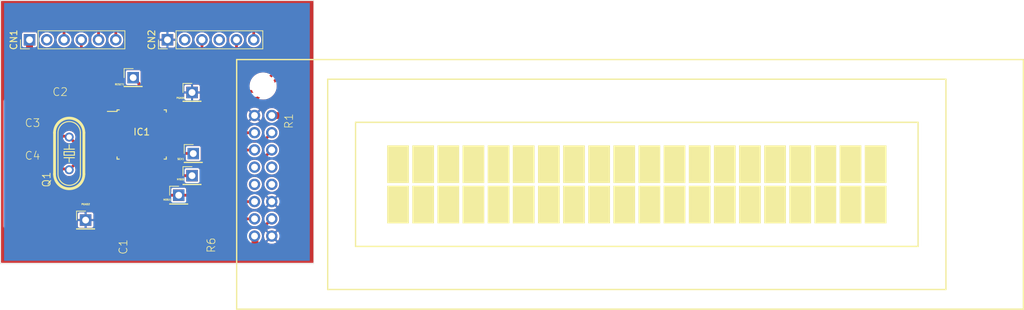
<source format=kicad_pcb>
(kicad_pcb (version 20221018) (generator pcbnew)
  (layers (0 "F.Cu" signal) (31 "B.Cu" signal) (34 "B.Paste" user) (35 "F.Paste" user) (36 "B.SilkS" user "B.Silkscreen") (37 "F.SilkS" user "F.Silkscreen") (38 "B.Mask" user) (39 "F.Mask" user) (44 "Edge.Cuts" user))
  (net 0 "")
  (net 1 "GND")
  (net 2 "VCC")
  (net 3 "Net-(IC1-PB6(XTAL1{slash}TOSC1))")
  (net 4 "Net-(IC1-PB7(XTAL2{slash}TOSC2))")
  (net 6 "Net-(IC1-PD2(INT0))")
  (net 7 "Net-(IC1-PD3(INT1))")
  (net 8 "Net-(IC1-PC0(ADC0))")
  (net 9 "Net-(IC1-PC1(ADC1))")
  (net 11 "Net-(IC1-PC4(ADC4{slash}SDA))")
  (net 13 "Net-(IC1-PC2(ADC2))")
  (net 14 "Net-(IC1-PC3(ADC3))")
  (net 15 "Net-(DIS2-CONTR)")
  (net 16 "Net-(DIS2-RS)")
  (net 17 "Net-(DIS2-E)")
  (net 22 "Net-(DIS2-D4)")
  (net 23 "Net-(DIS2-D5)")
  (net 24 "Net-(DIS2-D6)")
  (net 25 "Net-(DIS2-D7)")
  (net 28 "Net-(IC1-PB4(MISO))")
  (net 29 "Net-(IC1-PB5(SCK))")
  (net 34 "Net-(IC1-PC6({slash}RESET))")
  (net 37 "Net-(DIS2-LED_A)")
  (footprint "Connector_PinHeader_2.54mm:PinHeader_1x01_P2.54mm_Vertical" (layer "F.Cu") (at 153.665234 99.185262)
    (fp_text reference "PGND1" (at -1.665234 0.814738) (layer "F.SilkS") (effects (font (size 0.25 0.25) (thickness 0.0625))))
    (fp_text value "Conn_01x01_Pin")
    (fp_line (start -1.33 -1.33) (end 0 -1.33) (stroke (width 0.12)) (layer "F.SilkS"))
    (fp_line (start -1.33 0) (end -1.33 -1.33) (stroke (width 0.12)) (layer "F.SilkS"))
    (fp_line (start -1.33 1.27) (end -1.33 1.33) (stroke (width 0.12)) (layer "F.SilkS"))
    (fp_line (start -1.33 1.27) (end 1.33 1.27) (stroke (width 0.12)) (layer "F.SilkS"))
    (fp_line (start -1.33 1.33) (end 1.33 1.33) (stroke (width 0.12)) (layer "F.SilkS"))
    (fp_line (start 1.33 1.27) (end 1.33 1.33) (stroke (width 0.12)) (layer "F.SilkS"))
    (pad "1" thru_hole rect (at 0 0) (size 1.7 1.7) (drill 1) (layers "*.Cu" "*.Mask") (net 1 "GND"))
  )
  (footprint "sed1200emu:M0805" (layer "F.Cu") (at 169.6211 103.6016 90)
    (fp_text reference "R1" (at -1.016 -1.016 90) (layer "F.SilkS") (effects (font (size 1.1684 1.1684) (thickness 0.1016)) (justify left bottom)))
    (fp_text value "330")
    (pad "1" smd rect (at -0.95 0 90) (size 1.3 1.6) (layers "F.Cu" "F.Paste" "F.Mask") (net 2 "VCC"))
    (pad "2" smd rect (at 0.95 0 90) (size 1.3 1.6) (layers "F.Cu" "F.Paste" "F.Mask") (net 37 "Net-(DIS2-LED_A)"))
  )
  (footprint "sed1200emu:C0805" (layer "F.Cu") (at 134.3151 101.0616)
    (fp_text reference "C2" (at -1.27 -1.27) (layer "F.SilkS") (effects (font (size 1.1684 1.1684) (thickness 0.1016)) (justify left bottom)))
    (fp_text value "0.1")
    (pad "1" smd rect (at -0.95 0) (size 1.3 1.5) (layers "F.Cu" "F.Paste" "F.Mask") (net 2 "VCC"))
    (pad "2" smd rect (at 0.95 0) (size 1.3 1.5) (layers "F.Cu" "F.Paste" "F.Mask") (net 1 "GND"))
  )
  (footprint "sed1200emu:C0805" (layer "F.Cu") (at 145.4911 121.8896 90)
    (fp_text reference "C1" (at -1.27 -1.27 90) (layer "F.SilkS") (effects (font (size 1.1684 1.1684) (thickness 0.1016)) (justify left bottom)))
    (fp_text value "0.1")
    (pad "1" smd rect (at -0.95 0 90) (size 1.3 1.5) (layers "F.Cu" "F.Paste" "F.Mask") (net 2 "VCC"))
    (pad "2" smd rect (at 0.95 0 90) (size 1.3 1.5) (layers "F.Cu" "F.Paste" "F.Mask") (net 1 "GND"))
  )
  (footprint "Connector_PinHeader_2.54mm:PinHeader_1x01_P2.54mm_Vertical" (layer "F.Cu") (at 145 97)
    (fp_text reference "RESET1" (at -2 1) (layer "F.SilkS") (effects (font (size 0.25 0.25) (thickness 0.0625))))
    (fp_text value "Conn_01x01_Pin")
    (fp_line (start -1.33 -1.33) (end 0 -1.33) (stroke (width 0.12)) (layer "F.SilkS"))
    (fp_line (start -1.33 0) (end -1.33 -1.33) (stroke (width 0.12)) (layer "F.SilkS"))
    (fp_line (start -1.33 1.27) (end -1.33 1.33) (stroke (width 0.12)) (layer "F.SilkS"))
    (fp_line (start -1.33 1.27) (end 1.33 1.27) (stroke (width 0.12)) (layer "F.SilkS"))
    (fp_line (start -1.33 1.33) (end 1.33 1.33) (stroke (width 0.12)) (layer "F.SilkS"))
    (fp_line (start 1.33 1.27) (end 1.33 1.33) (stroke (width 0.12)) (layer "F.SilkS"))
    (pad "1" thru_hole rect (at 0 0) (size 1.7 1.7) (drill 1) (layers "*.Cu" "*.Mask") (net 34 "Net-(IC1-PC6({slash}RESET))"))
  )
  (footprint "sed1200emu:C0805" (layer "F.Cu") (at 130.2511 110.4596)
    (fp_text reference "C4" (at -1.27 -1.27) (layer "F.SilkS") (effects (font (size 1.1684 1.1684) (thickness 0.1016)) (justify left bottom)))
    (fp_text value "22p")
    (pad "1" smd rect (at -0.95 0) (size 1.3 1.5) (layers "F.Cu" "F.Paste" "F.Mask") (net 1 "GND"))
    (pad "2" smd rect (at 0.95 0) (size 1.3 1.5) (layers "F.Cu" "F.Paste" "F.Mask") (net 4 "Net-(IC1-PB7(XTAL2{slash}TOSC2))"))
  )
  (footprint "Connector_PinHeader_2.54mm:PinHeader_1x01_P2.54mm_Vertical" (layer "F.Cu") (at 153.846869 108.192608)
    (fp_text reference "SCK1" (at -1.846869 0.807392) (layer "F.SilkS") (effects (font (size 0.25 0.25) (thickness 0.0625))))
    (fp_text value "Conn_01x01_Pin")
    (fp_line (start -1.33 -1.33) (end 0 -1.33) (stroke (width 0.12)) (layer "F.SilkS"))
    (fp_line (start -1.33 0) (end -1.33 -1.33) (stroke (width 0.12)) (layer "F.SilkS"))
    (fp_line (start -1.33 1.27) (end -1.33 1.33) (stroke (width 0.12)) (layer "F.SilkS"))
    (fp_line (start -1.33 1.27) (end 1.33 1.27) (stroke (width 0.12)) (layer "F.SilkS"))
    (fp_line (start -1.33 1.33) (end 1.33 1.33) (stroke (width 0.12)) (layer "F.SilkS"))
    (fp_line (start 1.33 1.27) (end 1.33 1.33) (stroke (width 0.12)) (layer "F.SilkS"))
    (pad "1" thru_hole rect (at 0 0) (size 1.7 1.7) (drill 1) (layers "*.Cu" "*.Mask") (net 29 "Net-(IC1-PB5(SCK))"))
  )
  (footprint "Package_QFP:TQFP-32_7x7mm_P0.8mm" (layer "F.Cu") (at 146.2531 105.3796)
    (fp_text reference "IC1" (at 0 -0.3796) (layer "F.SilkS"))
    (fp_text value "MEGA8-AI")
    (fp_line (start -3.625 -3.625) (end -3.625 -3.4) (stroke (width 0.15)) (layer "F.SilkS"))
    (fp_line (start -3.625 -3.625) (end -3.3 -3.625) (stroke (width 0.15)) (layer "F.SilkS"))
    (fp_line (start -3.625 -3.4) (end -5.05 -3.4) (stroke (width 0.15)) (layer "F.SilkS"))
    (fp_line (start -3.625 3.625) (end -3.625 3.3) (stroke (width 0.15)) (layer "F.SilkS"))
    (fp_line (start -3.625 3.625) (end -3.3 3.625) (stroke (width 0.15)) (layer "F.SilkS"))
    (fp_line (start 3.625 -3.625) (end 3.3 -3.625) (stroke (width 0.15)) (layer "F.SilkS"))
    (fp_line (start 3.625 -3.625) (end 3.625 -3.3) (stroke (width 0.15)) (layer "F.SilkS"))
    (fp_line (start 3.625 3.625) (end 3.3 3.625) (stroke (width 0.15)) (layer "F.SilkS"))
    (fp_line (start 3.625 3.625) (end 3.625 3.3) (stroke (width 0.15)) (layer "F.SilkS"))
    (pad "1" smd rect (at -4.25 -2.8) (size 1.6 0.55) (layers "F.Cu" "F.Paste" "F.Mask") (net 7 "Net-(IC1-PD3(INT1))"))
    (pad "2" smd rect (at -4.25 -2) (size 1.6 0.55) (layers "F.Cu" "F.Paste" "F.Mask"))
    (pad "3" smd rect (at -4.25 -1.2) (size 1.6 0.55) (layers "F.Cu" "F.Paste" "F.Mask") (net 1 "GND"))
    (pad "4" smd rect (at -4.25 -0.4) (size 1.6 0.55) (layers "F.Cu" "F.Paste" "F.Mask") (net 2 "VCC"))
    (pad "5" smd rect (at -4.25 0.4) (size 1.6 0.55) (layers "F.Cu" "F.Paste" "F.Mask") (net 1 "GND"))
    (pad "6" smd rect (at -4.25 1.2) (size 1.6 0.55) (layers "F.Cu" "F.Paste" "F.Mask") (net 2 "VCC"))
    (pad "7" smd rect (at -4.25 2) (size 1.6 0.55) (layers "F.Cu" "F.Paste" "F.Mask") (net 3 "Net-(IC1-PB6(XTAL1{slash}TOSC1))"))
    (pad "8" smd rect (at -4.25 2.8) (size 1.6 0.55) (layers "F.Cu" "F.Paste" "F.Mask") (net 4 "Net-(IC1-PB7(XTAL2{slash}TOSC2))"))
    (pad "9" smd rect (at -2.8 4.25 90) (size 1.6 0.55) (layers "F.Cu" "F.Paste" "F.Mask"))
    (pad "10" smd rect (at -2 4.25 90) (size 1.6 0.55) (layers "F.Cu" "F.Paste" "F.Mask") (net 16 "Net-(DIS2-RS)"))
    (pad "11" smd rect (at -1.2 4.25 90) (size 1.6 0.55) (layers "F.Cu" "F.Paste" "F.Mask") (net 17 "Net-(DIS2-E)"))
    (pad "12" smd rect (at -0.4 4.25 90) (size 1.6 0.55) (layers "F.Cu" "F.Paste" "F.Mask") (net 22 "Net-(DIS2-D4)"))
    (pad "13" smd rect (at 0.4 4.25 90) (size 1.6 0.55) (layers "F.Cu" "F.Paste" "F.Mask") (net 23 "Net-(DIS2-D5)"))
    (pad "14" smd rect (at 1.2 4.25 90) (size 1.6 0.55) (layers "F.Cu" "F.Paste" "F.Mask") (net 24 "Net-(DIS2-D6)"))
    (pad "15" smd rect (at 2 4.25 90) (size 1.6 0.55) (layers "F.Cu" "F.Paste" "F.Mask") (net 25 "Net-(DIS2-D7)"))
    (pad "16" smd rect (at 2.8 4.25 90) (size 1.6 0.55) (layers "F.Cu" "F.Paste" "F.Mask") (net 28 "Net-(IC1-PB4(MISO))"))
    (pad "17" smd rect (at 4.25 2.8) (size 1.6 0.55) (layers "F.Cu" "F.Paste" "F.Mask") (net 29 "Net-(IC1-PB5(SCK))"))
    (pad "18" smd rect (at 4.25 2) (size 1.6 0.55) (layers "F.Cu" "F.Paste" "F.Mask") (net 2 "VCC"))
    (pad "19" smd rect (at 4.25 1.2) (size 1.6 0.55) (layers "F.Cu" "F.Paste" "F.Mask"))
    (pad "20" smd rect (at 4.25 0.4) (size 1.6 0.55) (layers "F.Cu" "F.Paste" "F.Mask"))
    (pad "21" smd rect (at 4.25 -0.4) (size 1.6 0.55) (layers "F.Cu" "F.Paste" "F.Mask") (net 1 "GND"))
    (pad "22" smd rect (at 4.25 -1.2) (size 1.6 0.55) (layers "F.Cu" "F.Paste" "F.Mask"))
    (pad "23" smd rect (at 4.25 -2) (size 1.6 0.55) (layers "F.Cu" "F.Paste" "F.Mask") (net 8 "Net-(IC1-PC0(ADC0))"))
    (pad "24" smd rect (at 4.25 -2.8) (size 1.6 0.55) (layers "F.Cu" "F.Paste" "F.Mask") (net 9 "Net-(IC1-PC1(ADC1))"))
    (pad "25" smd rect (at 2.8 -4.25 90) (size 1.6 0.55) (layers "F.Cu" "F.Paste" "F.Mask") (net 13 "Net-(IC1-PC2(ADC2))"))
    (pad "26" smd rect (at 2 -4.25 90) (size 1.6 0.55) (layers "F.Cu" "F.Paste" "F.Mask") (net 14 "Net-(IC1-PC3(ADC3))"))
    (pad "27" smd rect (at 1.2 -4.25 90) (size 1.6 0.55) (layers "F.Cu" "F.Paste" "F.Mask") (net 11 "Net-(IC1-PC4(ADC4{slash}SDA))"))
    (pad "28" smd rect (at 0.4 -4.25 90) (size 1.6 0.55) (layers "F.Cu" "F.Paste" "F.Mask"))
    (pad "29" smd rect (at -0.4 -4.25 90) (size 1.6 0.55) (layers "F.Cu" "F.Paste" "F.Mask") (net 34 "Net-(IC1-PC6({slash}RESET))"))
    (pad "30" smd rect (at -1.2 -4.25 90) (size 1.6 0.55) (layers "F.Cu" "F.Paste" "F.Mask"))
    (pad "31" smd rect (at -2 -4.25 90) (size 1.6 0.55) (layers "F.Cu" "F.Paste" "F.Mask"))
    (pad "32" smd rect (at -2.8 -4.25 90) (size 1.6 0.55) (layers "F.Cu" "F.Paste" "F.Mask") (net 6 "Net-(IC1-PD2(INT0))"))
  )
  (footprint "Connector_PinHeader_2.54mm:PinHeader_1x01_P2.54mm_Vertical" (layer "F.Cu") (at 153.663904 111.451628)
    (fp_text reference "MISO1" (at -1.663904 0.548372) (layer "F.SilkS") (effects (font (size 0.25 0.25) (thickness 0.0625))))
    (fp_text value "Conn_01x01_Pin")
    (fp_line (start -1.33 -1.33) (end 0 -1.33) (stroke (width 0.12)) (layer "F.SilkS"))
    (fp_line (start -1.33 0) (end -1.33 -1.33) (stroke (width 0.12)) (layer "F.SilkS"))
    (fp_line (start -1.33 1.27) (end -1.33 1.33) (stroke (width 0.12)) (layer "F.SilkS"))
    (fp_line (start -1.33 1.27) (end 1.33 1.27) (stroke (width 0.12)) (layer "F.SilkS"))
    (fp_line (start -1.33 1.33) (end 1.33 1.33) (stroke (width 0.12)) (layer "F.SilkS"))
    (fp_line (start 1.33 1.27) (end 1.33 1.33) (stroke (width 0.12)) (layer "F.SilkS"))
    (pad "1" thru_hole rect (at 0 0) (size 1.7 1.7) (drill 1) (layers "*.Cu" "*.Mask") (net 28 "Net-(IC1-PB4(MISO))"))
  )
  (footprint "Connector_PinHeader_2.54mm:PinHeader_1x06_P2.54mm_Vertical" (layer "F.Cu") (at 150.04913 91.417455 90)
    (fp_text reference "CN2" (at 0 -2.33 90) (layer "F.SilkS"))
    (fp_text value "PINHD-1X6")
    (fp_line (start -1.33 -1.33) (end 0 -1.33) (stroke (width 0.12)) (layer "F.SilkS"))
    (fp_line (start -1.33 0) (end -1.33 -1.33) (stroke (width 0.12)) (layer "F.SilkS"))
    (fp_line (start -1.33 1.27) (end -1.33 14.03) (stroke (width 0.12)) (layer "F.SilkS"))
    (fp_line (start -1.33 1.27) (end 1.33 1.27) (stroke (width 0.12)) (layer "F.SilkS"))
    (fp_line (start -1.33 14.03) (end 1.33 14.03) (stroke (width 0.12)) (layer "F.SilkS"))
    (fp_line (start 1.33 1.27) (end 1.33 14.03) (stroke (width 0.12)) (layer "F.SilkS"))
    (pad "1" thru_hole rect (at 0 0 90) (size 1.7 1.7) (drill 1) (layers "*.Cu" "*.Mask") (net 1 "GND"))
    (pad "2" thru_hole oval (at 0 2.54 90) (size 1.7 1.7) (drill 1) (layers "*.Cu" "*.Mask"))
    (pad "3" thru_hole oval (at 0 5.08 90) (size 1.7 1.7) (drill 1) (layers "*.Cu" "*.Mask") (net 11 "Net-(IC1-PC4(ADC4{slash}SDA))"))
    (pad "4" thru_hole oval (at 0 7.62 90) (size 1.7 1.7) (drill 1) (layers "*.Cu" "*.Mask"))
    (pad "5" thru_hole oval (at 0 10.16 90) (size 1.7 1.7) (drill 1) (layers "*.Cu" "*.Mask") (net 13 "Net-(IC1-PC2(ADC2))"))
    (pad "6" thru_hole oval (at 0 12.7 90) (size 1.7 1.7) (drill 1) (layers "*.Cu" "*.Mask") (net 14 "Net-(IC1-PC3(ADC3))"))
  )
  (footprint "sed1200emu:M0805" (layer "F.Cu") (at 158.1911 121.8896 90)
    (fp_text reference "R6" (at -1.016 -1.016 90) (layer "F.SilkS") (effects (font (size 1.1684 1.1684) (thickness 0.1016)) (justify left bottom)))
    (fp_text value "330")
    (pad "1" smd rect (at -0.95 0 90) (size 1.3 1.6) (layers "F.Cu" "F.Paste" "F.Mask") (net 2 "VCC"))
    (pad "2" smd rect (at 0.95 0 90) (size 1.3 1.6) (layers "F.Cu" "F.Paste" "F.Mask") (net 15 "Net-(DIS2-CONTR)"))
  )
  (footprint "sed1200emu:C0805" (layer "F.Cu") (at 130.2511 105.6336)
    (fp_text reference "C3" (at -1.27 -1.27) (layer "F.SilkS") (effects (font (size 1.1684 1.1684) (thickness 0.1016)) (justify left bottom)))
    (fp_text value "22p")
    (pad "1" smd rect (at -0.95 0) (size 1.3 1.5) (layers "F.Cu" "F.Paste" "F.Mask") (net 1 "GND"))
    (pad "2" smd rect (at 0.95 0) (size 1.3 1.5) (layers "F.Cu" "F.Paste" "F.Mask") (net 3 "Net-(IC1-PB6(XTAL1{slash}TOSC1))"))
  )
  (footprint "Connector_PinHeader_2.54mm:PinHeader_1x06_P2.54mm_Vertical" (layer "F.Cu") (at 129.747634 91.417455 90)
    (fp_text reference "CN1" (at 0 -2.33 90) (layer "F.SilkS"))
    (fp_text value "PINHD-1X6")
    (fp_line (start -1.33 -1.33) (end 0 -1.33) (stroke (width 0.12)) (layer "F.SilkS"))
    (fp_line (start -1.33 0) (end -1.33 -1.33) (stroke (width 0.12)) (layer "F.SilkS"))
    (fp_line (start -1.33 1.27) (end -1.33 14.03) (stroke (width 0.12)) (layer "F.SilkS"))
    (fp_line (start -1.33 1.27) (end 1.33 1.27) (stroke (width 0.12)) (layer "F.SilkS"))
    (fp_line (start -1.33 14.03) (end 1.33 14.03) (stroke (width 0.12)) (layer "F.SilkS"))
    (fp_line (start 1.33 1.27) (end 1.33 14.03) (stroke (width 0.12)) (layer "F.SilkS"))
    (pad "1" thru_hole rect (at 0 0 90) (size 1.7 1.7) (drill 1) (layers "*.Cu" "*.Mask") (net 2 "VCC"))
    (pad "2" thru_hole oval (at 0 2.54 90) (size 1.7 1.7) (drill 1) (layers "*.Cu" "*.Mask"))
    (pad "3" thru_hole oval (at 0 5.08 90) (size 1.7 1.7) (drill 1) (layers "*.Cu" "*.Mask") (net 6 "Net-(IC1-PD2(INT0))"))
    (pad "4" thru_hole oval (at 0 7.62 90) (size 1.7 1.7) (drill 1) (layers "*.Cu" "*.Mask") (net 7 "Net-(IC1-PD3(INT1))"))
    (pad "5" thru_hole oval (at 0 10.16 90) (size 1.7 1.7) (drill 1) (layers "*.Cu" "*.Mask") (net 8 "Net-(IC1-PC0(ADC0))"))
    (pad "6" thru_hole oval (at 0 12.7 90) (size 1.7 1.7) (drill 1) (layers "*.Cu" "*.Mask") (net 9 "Net-(IC1-PC1(ADC1))"))
  )
  (footprint "sed1200emu:HC49_S" (layer "F.Cu") (at 135.5851 108.1736 90)
    (fp_text reference "Q1" (at -5.08 -2.667 90) (layer "F.SilkS") (effects (font (size 1.143 1.143) (thickness 0.127)) (justify left bottom)))
    (fp_text value "CRYSTALHC49S")
    (fp_line (start -3.048 -2.159) (end 3.048 -2.159) (stroke (width 0.4064)) (layer "F.SilkS"))
    (fp_line (start -3.048 1.651) (end 3.048 1.651) (stroke (width 0.1524)) (layer "F.SilkS"))
    (fp_line (start -3.048 2.159) (end 3.048 2.159) (stroke (width 0.4064)) (layer "F.SilkS"))
    (fp_line (start -0.635 -0.762) (end -0.635 0) (stroke (width 0.1524)) (layer "F.SilkS"))
    (fp_line (start -0.635 0) (end -1.27 0) (stroke (width 0.1524)) (layer "F.SilkS"))
    (fp_line (start -0.635 0) (end -0.635 0.762) (stroke (width 0.1524)) (layer "F.SilkS"))
    (fp_line (start -0.254 -0.762) (end 0.254 -0.762) (stroke (width 0.1524)) (layer "F.SilkS"))
    (fp_line (start -0.254 0.762) (end -0.254 -0.762) (stroke (width 0.1524)) (layer "F.SilkS"))
    (fp_line (start 0.254 -0.762) (end 0.254 0.762) (stroke (width 0.1524)) (layer "F.SilkS"))
    (fp_line (start 0.254 0.762) (end -0.254 0.762) (stroke (width 0.1524)) (layer "F.SilkS"))
    (fp_line (start 0.635 -0.762) (end 0.635 0) (stroke (width 0.1524)) (layer "F.SilkS"))
    (fp_line (start 0.635 0) (end 0.635 0.762) (stroke (width 0.1524)) (layer "F.SilkS"))
    (fp_line (start 0.635 0) (end 1.27 0) (stroke (width 0.1524)) (layer "F.SilkS"))
    (fp_line (start 3.048 -1.651) (end -3.048 -1.651) (stroke (width 0.1524)) (layer "F.SilkS"))
    (fp_arc (start -3.048 1.651) (mid -4.699 0) (end -3.048 -1.651) (stroke (width 0.1524)) (layer "F.SilkS"))
    (fp_arc (start -3.048 2.159) (mid -5.207 0) (end -3.048 -2.159) (stroke (width 0.4064)) (layer "F.SilkS"))
    (fp_arc (start 3.048 -2.159) (mid 5.207 0) (end 3.048 2.159) (stroke (width 0.4064)) (layer "F.SilkS"))
    (fp_arc (start 3.048 -1.651) (mid 4.699 0) (end 3.048 1.651) (stroke (width 0.1524)) (layer "F.SilkS"))
    (pad "1" thru_hole circle (at -2.413 0 90) (size 1.3208 1.3208) (drill 0.8128) (layers "*.Cu" "*.Mask") (net 4 "Net-(IC1-PB7(XTAL2{slash}TOSC2))"))
    (pad "2" thru_hole circle (at 2.413 0 90) (size 1.3208 1.3208) (drill 0.8128) (layers "*.Cu" "*.Mask") (net 3 "Net-(IC1-PB6(XTAL1{slash}TOSC1))"))
  )
  (footprint "Connector_PinHeader_2.54mm:PinHeader_1x01_P2.54mm_Vertical" (layer "F.Cu") (at 138 118)
    (fp_text reference "PGND2" (at 0 -2.33) (layer "F.SilkS") (effects (font (size 0.25 0.25) (thickness 0.0625))))
    (fp_text value "Conn_01x01_Pin")
    (fp_line (start -1.33 -1.33) (end 0 -1.33) (stroke (width 0.12)) (layer "F.SilkS"))
    (fp_line (start -1.33 0) (end -1.33 -1.33) (stroke (width 0.12)) (layer "F.SilkS"))
    (fp_line (start -1.33 1.27) (end -1.33 1.33) (stroke (width 0.12)) (layer "F.SilkS"))
    (fp_line (start -1.33 1.27) (end 1.33 1.27) (stroke (width 0.12)) (layer "F.SilkS"))
    (fp_line (start -1.33 1.33) (end 1.33 1.33) (stroke (width 0.12)) (layer "F.SilkS"))
    (fp_line (start 1.33 1.27) (end 1.33 1.33) (stroke (width 0.12)) (layer "F.SilkS"))
    (pad "1" thru_hole rect (at 0 0) (size 1.7 1.7) (drill 1) (layers "*.Cu" "*.Mask") (net 1 "GND"))
  )
  (footprint "Connector_PinHeader_2.54mm:PinHeader_1x01_P2.54mm_Vertical" (layer "F.Cu") (at 151.705265 114.333869)
    (fp_text reference "MOSI1" (at -1.705265 0.666131) (layer "F.SilkS") (effects (font (size 0.25 0.25) (thickness 0.0625))))
    (fp_text value "Conn_01x01_Pin")
    (fp_line (start -1.33 -1.33) (end 0 -1.33) (stroke (width 0.12)) (layer "F.SilkS"))
    (fp_line (start -1.33 0) (end -1.33 -1.33) (stroke (width 0.12)) (layer "F.SilkS"))
    (fp_line (start -1.33 1.27) (end -1.33 1.33) (stroke (width 0.12)) (layer "F.SilkS"))
    (fp_line (start -1.33 1.27) (end 1.33 1.27) (stroke (width 0.12)) (layer "F.SilkS"))
    (fp_line (start -1.33 1.33) (end 1.33 1.33) (stroke (width 0.12)) (layer "F.SilkS"))
    (fp_line (start 1.33 1.27) (end 1.33 1.33) (stroke (width 0.12)) (layer "F.SilkS"))
    (pad "1" thru_hole rect (at 0 0) (size 1.7 1.7) (drill 1) (layers "*.Cu" "*.Mask") (net 25 "Net-(DIS2-D7)"))
  )
  (footprint "sed1200emu:TUXGR_20X2" (layer "F.Cu") (at 218.134137 112.733439)
    (fp_text reference "DIS2" hide)
    (fp_text value "TUXGR_20X2" hide)
    (fp_line (start -57.9 -18.4) (end 57.9 -18.4) (stroke (width 0.2032)) (layer "F.SilkS"))
    (fp_line (start -57.9 18.4) (end -57.9 -18.4) (stroke (width 0.2032)) (layer "F.SilkS"))
    (fp_line (start -44.5 -15.5) (end 46.5 -15.5) (stroke (width 0.2032)) (layer "F.SilkS"))
    (fp_line (start -44.5 15.5) (end -44.5 -15.5) (stroke (width 0.2032)) (layer "F.SilkS"))
    (fp_line (start -40.4 -9.15) (end 42.4 -9.15) (stroke (width 0.2032)) (layer "F.SilkS"))
    (fp_line (start -40.4 9.15) (end -40.4 -9.15) (stroke (width 0.2032)) (layer "F.SilkS"))
    (fp_line (start 42.4 -9.15) (end 42.4 9.15) (stroke (width 0.2032)) (layer "F.SilkS"))
    (fp_line (start 42.4 9.15) (end -40.4 9.15) (stroke (width 0.2032)) (layer "F.SilkS"))
    (fp_line (start 46.5 -15.5) (end 46.5 15.5) (stroke (width 0.2032)) (layer "F.SilkS"))
    (fp_line (start 46.5 15.5) (end -44.5 15.5) (stroke (width 0.2032)) (layer "F.SilkS"))
    (fp_line (start 57.9 -18.4) (end 57.9 18.4) (stroke (width 0.2032)) (layer "F.SilkS"))
    (fp_line (start 57.9 18.4) (end -57.9 18.4) (stroke (width 0.2032)) (layer "F.SilkS"))
    (fp_poly (pts (xy -35.75 -0.2) (xy -32.55 -0.2) (xy -32.55 -5.75) (xy -35.75 -5.75)) (fill solid) (layer "F.SilkS"))
    (fp_poly (pts (xy -35.75 5.75) (xy -32.55 5.75) (xy -32.55 0.2) (xy -35.75 0.2)) (fill solid) (layer "F.SilkS"))
    (fp_poly (pts (xy -32.05 -0.2) (xy -28.85 -0.2) (xy -28.85 -5.75) (xy -32.05 -5.75)) (fill solid) (layer "F.SilkS"))
    (fp_poly (pts (xy -32.05 5.75) (xy -28.85 5.75) (xy -28.85 0.2) (xy -32.05 0.2)) (fill solid) (layer "F.SilkS"))
    (fp_poly (pts (xy -28.35 -0.2) (xy -25.15 -0.2) (xy -25.15 -5.75) (xy -28.35 -5.75)) (fill solid) (layer "F.SilkS"))
    (fp_poly (pts (xy -28.35 5.75) (xy -25.15 5.75) (xy -25.15 0.2) (xy -28.35 0.2)) (fill solid) (layer "F.SilkS"))
    (fp_poly (pts (xy -24.65 -0.2) (xy -21.45 -0.2) (xy -21.45 -5.75) (xy -24.65 -5.75)) (fill solid) (layer "F.SilkS"))
    (fp_poly (pts (xy -24.65 5.75) (xy -21.45 5.75) (xy -21.45 0.2) (xy -24.65 0.2)) (fill solid) (layer "F.SilkS"))
    (fp_poly (pts (xy -20.95 -0.2) (xy -17.75 -0.2) (xy -17.75 -5.75) (xy -20.95 -5.75)) (fill solid) (layer "F.SilkS"))
    (fp_poly (pts (xy -20.95 5.75) (xy -17.75 5.75) (xy -17.75 0.2) (xy -20.95 0.2)) (fill solid) (layer "F.SilkS"))
    (fp_poly (pts (xy -17.25 -0.2) (xy -14.05 -0.2) (xy -14.05 -5.75) (xy -17.25 -5.75)) (fill solid) (layer "F.SilkS"))
    (fp_poly (pts (xy -17.25 5.75) (xy -14.05 5.75) (xy -14.05 0.2) (xy -17.25 0.2)) (fill solid) (layer "F.SilkS"))
    (fp_poly (pts (xy -13.55 -0.2) (xy -10.35 -0.2) (xy -10.35 -5.75) (xy -13.55 -5.75)) (fill solid) (layer "F.SilkS"))
    (fp_poly (pts (xy -13.55 5.75) (xy -10.35 5.75) (xy -10.35 0.2) (xy -13.55 0.2)) (fill solid) (layer "F.SilkS"))
    (fp_poly (pts (xy -9.85 -0.2) (xy -6.65 -0.2) (xy -6.65 -5.75) (xy -9.85 -5.75)) (fill solid) (layer "F.SilkS"))
    (fp_poly (pts (xy -9.85 5.75) (xy -6.65 5.75) (xy -6.65 0.2) (xy -9.85 0.2)) (fill solid) (layer "F.SilkS"))
    (fp_poly (pts (xy -6.15 -0.2) (xy -2.95 -0.2) (xy -2.95 -5.75) (xy -6.15 -5.75)) (fill solid) (layer "F.SilkS"))
    (fp_poly (pts (xy -6.15 5.75) (xy -2.95 5.75) (xy -2.95 0.2) (xy -6.15 0.2)) (fill solid) (layer "F.SilkS"))
    (fp_poly (pts (xy -2.45 -0.2) (xy 0.75 -0.2) (xy 0.75 -5.75) (xy -2.45 -5.75)) (fill solid) (layer "F.SilkS"))
    (fp_poly (pts (xy -2.45 5.75) (xy 0.75 5.75) (xy 0.75 0.2) (xy -2.45 0.2)) (fill solid) (layer "F.SilkS"))
    (fp_poly (pts (xy 1.25 -0.2) (xy 4.45 -0.2) (xy 4.45 -5.75) (xy 1.25 -5.75)) (fill solid) (layer "F.SilkS"))
    (fp_poly (pts (xy 1.25 5.75) (xy 4.45 5.75) (xy 4.45 0.2) (xy 1.25 0.2)) (fill solid) (layer "F.SilkS"))
    (fp_poly (pts (xy 4.95 -0.2) (xy 8.15 -0.2) (xy 8.15 -5.75) (xy 4.95 -5.75)) (fill solid) (layer "F.SilkS"))
    (fp_poly (pts (xy 4.95 5.75) (xy 8.15 5.75) (xy 8.15 0.2) (xy 4.95 0.2)) (fill solid) (layer "F.SilkS"))
    (fp_poly (pts (xy 8.65 -0.2) (xy 11.85 -0.2) (xy 11.85 -5.75) (xy 8.65 -5.75)) (fill solid) (layer "F.SilkS"))
    (fp_poly (pts (xy 8.65 5.75) (xy 11.85 5.75) (xy 11.85 0.2) (xy 8.65 0.2)) (fill solid) (layer "F.SilkS"))
    (fp_poly (pts (xy 12.35 -0.2) (xy 15.55 -0.2) (xy 15.55 -5.75) (xy 12.35 -5.75)) (fill solid) (layer "F.SilkS"))
    (fp_poly (pts (xy 12.35 5.75) (xy 15.55 5.75) (xy 15.55 0.2) (xy 12.35 0.2)) (fill solid) (layer "F.SilkS"))
    (fp_poly (pts (xy 16.05 -0.2) (xy 19.25 -0.2) (xy 19.25 -5.75) (xy 16.05 -5.75)) (fill solid) (layer "F.SilkS"))
    (fp_poly (pts (xy 16.05 5.75) (xy 19.25 5.75) (xy 19.25 0.2) (xy 16.05 0.2)) (fill solid) (layer "F.SilkS"))
    (fp_poly (pts (xy 19.75 -0.2) (xy 22.95 -0.2) (xy 22.95 -5.75) (xy 19.75 -5.75)) (fill solid) (layer "F.SilkS"))
    (fp_poly (pts (xy 19.75 5.75) (xy 22.95 5.75) (xy 22.95 0.2) (xy 19.75 0.2)) (fill solid) (layer "F.SilkS"))
    (fp_poly (pts (xy 23.45 -0.2) (xy 26.65 -0.2) (xy 26.65 -5.75) (xy 23.45 -5.75)) (fill solid) (layer "F.SilkS"))
    (fp_poly (pts (xy 23.45 5.75) (xy 26.65 5.75) (xy 26.65 0.2) (xy 23.45 0.2)) (fill solid) (layer "F.SilkS"))
    (fp_poly (pts (xy 27.15 -0.2) (xy 30.35 -0.2) (xy 30.35 -5.75) (xy 27.15 -5.75)) (fill solid) (layer "F.SilkS"))
    (fp_poly (pts (xy 27.15 5.75) (xy 30.35 5.75) (xy 30.35 0.2) (xy 27.15 0.2)) (fill solid) (layer "F.SilkS"))
    (fp_poly (pts (xy 30.85 -0.2) (xy 34.05 -0.2) (xy 34.05 -5.75) (xy 30.85 -5.75)) (fill solid) (layer "F.SilkS"))
    (fp_poly (pts (xy 30.85 5.75) (xy 34.05 5.75) (xy 34.05 0.2) (xy 30.85 0.2)) (fill solid) (layer "F.SilkS"))
    (fp_poly (pts (xy 34.55 -0.2) (xy 37.75 -0.2) (xy 37.75 -5.75) (xy 34.55 -5.75)) (fill solid) (layer "F.SilkS"))
    (fp_poly (pts (xy 34.55 5.75) (xy 37.75 5.75) (xy 37.75 0.2) (xy 34.55 0.2)) (fill solid) (layer "F.SilkS"))
    (pad "" np_thru_hole circle (at -54 -14.5) (size 3.5 3.5) (drill 3.5) (layers "F&B.Cu"))
    (pad "" np_thru_hole circle (at -54 14.5) (size 3.5 3.5) (drill 3.5) (layers "F&B.Cu"))
    (pad "" np_thru_hole circle (at 54 -14.5) (size 3.5 3.5) (drill 3.5) (layers "*.Cu" "*.Mask"))
    (pad "" np_thru_hole circle (at 54 14.5) (size 3.5 3.5) (drill 3.5) (layers "*.Cu" "*.Mask"))
    (pad "1" thru_hole circle (at -52.73 7.62) (size 1.6764 1.6764) (drill 1) (layers "*.Cu" "*.Mask") (net 1 "GND"))
    (pad "2" thru_hole circle (at -55.27 7.62) (size 1.6764 1.6764) (drill 1) (layers "*.Cu" "*.Mask") (net 2 "VCC"))
    (pad "3" thru_hole circle (at -52.73 5.08) (size 1.6764 1.6764) (drill 1) (layers "*.Cu" "*.Mask") (net 15 "Net-(DIS2-CONTR)"))
    (pad "4" thru_hole circle (at -55.27 5.08) (size 1.6764 1.6764) (drill 1) (layers "*.Cu" "*.Mask") (net 16 "Net-(DIS2-RS)"))
    (pad "5" thru_hole circle (at -52.73 2.54) (size 1.6764 1.6764) (drill 1) (layers "*.Cu" "*.Mask") (net 1 "GND"))
    (pad "6" thru_hole circle (at -55.27 2.54) (size 1.6764 1.6764) (drill 1) (layers "*.Cu" "*.Mask") (net 17 "Net-(DIS2-E)"))
    (pad "7" thru_hole circle (at -52.73 0) (size 1.6764 1.6764) (drill 1) (layers "*.Cu" "*.Mask"))
    (pad "8" thru_hole circle (at -55.27 0) (size 1.6764 1.6764) (drill 1) (layers "*.Cu" "*.Mask"))
    (pad "9" thru_hole circle (at -52.73 -2.54) (size 1.6764 1.6764) (drill 1) (layers "*.Cu" "*.Mask"))
    (pad "10" thru_hole circle (at -55.27 -2.54) (size 1.6764 1.6764) (drill 1) (layers "*.Cu" "*.Mask"))
    (pad "11" thru_hole circle (at -52.73 -5.08) (size 1.6764 1.6764) (drill 1) (layers "*.Cu" "*.Mask") (net 22 "Net-(DIS2-D4)"))
    (pad "12" thru_hole circle (at -55.27 -5.08) (size 1.6764 1.6764) (drill 1) (layers "*.Cu" "*.Mask") (net 23 "Net-(DIS2-D5)"))
    (pad "13" thru_hole circle (at -52.73 -7.62) (size 1.6764 1.6764) (drill 1) (layers "*.Cu" "*.Mask") (net 24 "Net-(DIS2-D6)"))
    (pad "14" thru_hole circle (at -55.27 -7.62) (size 1.6764 1.6764) (drill 1) (layers "*.Cu" "*.Mask") (net 25 "Net-(DIS2-D7)"))
    (pad "15" thru_hole circle (at -52.73 -10.16) (size 1.6764 1.6764) (drill 1) (layers "*.Cu" "*.Mask") (net 37 "Net-(DIS2-LED_A)"))
    (pad "16" thru_hole circle (at -55.27 -10.16) (size 1.6764 1.6764) (drill 1) (layers "*.Cu" "*.Mask") (net 1 "GND"))
  )
  (gr_line (start 171.5771 124.4296) (end 171.5771 85.5776) (stroke (width 0.05)) (layer "Edge.Cuts"))
  (gr_line (start 171.5771 85.5776) (end 125.4251 85.5776) (stroke (width 0.05)) (layer "Edge.Cuts"))
  (gr_line (start 125.4251 124.4296) (end 171.5771 124.4296) (stroke (width 0.05)) (layer "Edge.Cuts"))
  (gr_line (start 125.4251 85.5776) (end 125.4251 124.4296) (stroke (width 0.05)) (layer "Edge.Cuts"))
  (segment (start 166.8271 122.9056) (end 158.2571 122.9056) (width 1.016) (layer "F.Cu") (net 2))
  (segment (start 129.747634 97.501066) (end 129.747634 91.417455) (width 1.016) (layer "F.Cu") (net 2))
  (segment (start 158.1911 122.8396) (end 162.9311 122.8396) (width 1.016) (layer "F.Cu") (net 2))
  (segment (start 126.6951 100.5536) (end 129.12435 98.12435) (width 1.016) (layer "F.Cu") (net 2))
  (segment (start 145.4911 122.8396) (end 158.1911 122.8396) (width 1.016) (layer "F.Cu") (net 2))
  (segment (start 140.1571 104.9796) (end 137.2171 104.9796) (width 0.4064) (layer "F.Cu") (net 2))
  (segment (start 146.5071 107.4116) (end 150.5137 107.4116) (width 0.4064) (layer "F.Cu") (net 2))
  (segment (start 129.8091 97.5056) (end 133.3651 101.0616) (width 0.4064) (layer "F.Cu") (net 2))
  (segment (start 145.6751 106.5796) (end 146.5071 107.4116) (width 0.4064) (layer "F.Cu") (net 2))
  (segment (start 137.2171 104.9796) (end 129.7431 97.5056) (width 0.4064) (layer "F.Cu") (net 2))
  (segment (start 169.6211 104.5516) (end 169.6211 120.1116) (width 1.016) (layer "F.Cu") (net 2))
  (segment (start 158.2571 122.9056) (end 158.1911 122.8396) (width 1.016) (layer "F.Cu") (net 2))
  (segment (start 126.6951 118.8416) (end 126.6951 100.5536) (width 1.016) (layer "F.Cu") (net 2))
  (segment (start 150.5137 107.4116) (end 150.5457 107.3796) (width 0.4064) (layer "F.Cu") (net 2))
  (segment (start 129.12435 98.12435) (end 129.747634 97.501066) (width 1.016) (layer "F.Cu") (net 2))
  (segment (start 158.1911 122.8396) (end 130.6931 122.8396) (width 1.016) (layer "F.Cu") (net 2))
  (segment (start 129.7431 97.5056) (end 129.8091 97.5056) (width 0.4064) (layer "F.Cu") (net 2))
  (segment (start 140.1571 106.1416) (end 140.1571 104.9796) (width 0.4064) (layer "F.Cu") (net 2))
  (segment (start 141.9605 106.5796) (end 145.6751 106.5796) (width 0.4064) (layer "F.Cu") (net 2))
  (segment (start 169.6211 120.1116) (end 166.8271 122.9056) (width 1.016) (layer "F.Cu") (net 2))
  (segment (start 129.12435 98.12435) (end 129.7431 97.5056) (width 1.016) (layer "F.Cu") (net 2))
  (segment (start 162.9311 120.4316) (end 162.8651 120.3656) (width 1.016) (layer "F.Cu") (net 2))
  (segment (start 141.9605 104.9796) (end 140.1571 104.9796) (width 0.4064) (layer "F.Cu") (net 2))
  (segment (start 141.9605 106.5796) (end 140.5951 106.5796) (width 0.4064) (layer "F.Cu") (net 2))
  (segment (start 162.9311 122.8396) (end 162.9311 120.4316) (width 1.016) (layer "F.Cu") (net 2))
  (segment (start 130.6931 122.8396) (end 126.6951 118.8416) (width 1.016) (layer "F.Cu") (net 2))
  (segment (start 140.5951 106.5796) (end 140.1571 106.1416) (width 0.4064) (layer "F.Cu") (net 2))
  (segment (start 135.4581 105.6336) (end 135.5851 105.7606) (width 0.4064) (layer "F.Cu") (net 3))
  (segment (start 137.2041 107.3796) (end 135.5851 105.7606) (width 0.4064) (layer "F.Cu") (net 3))
  (segment (start 131.2011 105.6336) (end 135.4581 105.6336) (width 0.4064) (layer "F.Cu") (net 3))
  (segment (start 141.9605 107.3796) (end 137.2041 107.3796) (width 0.4064) (layer "F.Cu") (net 3))
  (segment (start 141.9605 108.1796) (end 137.9921 108.1796) (width 0.4064) (layer "F.Cu") (net 4))
  (segment (start 137.9921 108.1796) (end 135.5851 110.5866) (width 0.4064) (layer "F.Cu") (net 4))
  (segment (start 131.2011 110.4596) (end 135.4581 110.4596) (width 0.4064) (layer "F.Cu") (net 4))
  (segment (start 135.4581 110.4596) (end 135.5851 110.5866) (width 0.4064) (layer "F.Cu") (net 4))
  (segment (start 134.8231 89.6316) (end 134.827634 89.636134) (width 0.4064) (layer "F.Cu") (net 6))
  (segment (start 138.6331 89.6316) (end 138.6331 97.2516) (width 0.4064) (layer "F.Cu") (net 6))
  (segment (start 138.6331 97.2516) (end 142.4431 101.0616) (width 0.4064) (layer "F.Cu") (net 6))
  (segment (start 134.8231 89.6316) (end 135.8391 88.6156) (width 0.4064) (layer "F.Cu") (net 6))
  (segment (start 137.6171 88.6156) (end 138.6331 89.6316) (width 0.4064) (layer "F.Cu") (net 6))
  (segment (start 143.4277 101.0616) (end 143.4531 101.087) (width 0.4064) (layer "F.Cu") (net 6))
  (segment (start 135.8391 88.6156) (end 137.6171 88.6156) (width 0.4064) (layer "F.Cu") (net 6))
  (segment (start 134.827634 89.636134) (end 134.827634 91.417455) (width 0.4064) (layer "F.Cu") (net 6))
  (segment (start 142.4431 101.0616) (end 143.4277 101.0616) (width 0.4064) (layer "F.Cu") (net 6))
  (segment (start 141.1671 102.5796) (end 137.3631 98.7756) (width 0.4064) (layer "F.Cu") (net 7))
  (segment (start 137.367634 98.771066) (end 137.367634 91.417455) (width 0.4064) (layer "F.Cu") (net 7))
  (segment (start 137.3631 98.7756) (end 137.367634 98.771066) (width 0.4064) (layer "F.Cu") (net 7))
  (segment (start 141.9605 102.5796) (end 141.1671 102.5796) (width 0.4064) (layer "F.Cu") (net 7))
  (segment (start 155.8731 103.3796) (end 159.2071 100.0456) (width 0.4064) (layer "F.Cu") (net 8))
  (segment (start 167.5891 95.7276) (end 167.5891 89.1236) (width 0.4064) (layer "F.Cu") (net 8))
  (segment (start 163.2711 100.0456) (end 167.5891 95.7276) (width 0.4064) (layer "F.Cu") (net 8))
  (segment (start 159.2071 100.0456) (end 163.2711 100.0456) (width 0.4064) (layer "F.Cu") (net 8))
  (segment (start 139.907634 89.373066) (end 139.907634 91.417455) (width 0.4064) (layer "F.Cu") (net 8))
  (segment (start 142.6971 86.5836) (end 139.907634 89.373066) (width 0.4064) (layer "F.Cu") (net 8))
  (segment (start 165.0491 86.5836) (end 142.6971 86.5836) (width 0.4064) (layer "F.Cu") (net 8))
  (segment (start 150.5457 103.3796) (end 155.8731 103.3796) (width 0.4064) (layer "F.Cu") (net 8))
  (segment (start 167.5891 89.1236) (end 165.0491 86.5836) (width 0.4064) (layer "F.Cu") (net 8))
  (segment (start 142.4431 88.1076) (end 142.447634 88.112134) (width 0.4064) (layer "F.Cu") (net 9))
  (segment (start 166.8271 89.3776) (end 166.8271 95.2196) (width 0.4064) (layer "F.Cu") (net 9))
  (segment (start 163.0171 99.0296) (end 158.9531 99.0296) (width 0.4064) (layer "F.Cu") (net 9))
  (segment (start 158.9531 99.0296) (end 155.3971 102.5856) (width 0.4064) (layer "F.Cu") (net 9))
  (segment (start 164.7951 87.3456) (end 166.8271 89.3776) (width 0.4064) (layer "F.Cu") (net 9))
  (segment (start 143.2051 87.3456) (end 164.7951 87.3456) (width 0.4064) (layer "F.Cu") (net 9))
  (segment (start 142.4431 88.1076) (end 143.2051 87.3456) (width 0.4064) (layer "F.Cu") (net 9))
  (segment (start 166.8271 95.2196) (end 163.0171 99.0296) (width 0.4064) (layer "F.Cu") (net 9))
  (segment (start 155.3971 102.5856) (end 150.5517 102.5856) (width 0.4064) (layer "F.Cu") (net 9))
  (segment (start 142.447634 88.112134) (end 142.447634 91.417455) (width 0.4064) (layer "F.Cu") (net 9))
  (segment (start 150.5517 102.5856) (end 150.5457 102.5796) (width 0.4064) (layer "F.Cu") (net 9))
  (segment (start 148.7931 94.2036) (end 147.5231 95.4736) (width 0.4064) (layer "F.Cu") (net 11))
  (segment (start 155.12913 94.18963) (end 155.12913 91.417455) (width 0.4064) (layer "F.Cu") (net 11))
  (segment (start 147.5231 101.017) (end 147.4531 101.087) (width 0.4064) (layer "F.Cu") (net 11))
  (segment (start 155.1431 94.2036) (end 148.7931 94.2036) (width 0.4064) (layer "F.Cu") (net 11))
  (segment (start 147.5231 95.4736) (end 147.5231 101.017) (width 0.4064) (layer "F.Cu") (net 11))
  (segment (start 155.1431 94.2036) (end 155.12913 94.18963) (width 0.4064) (layer "F.Cu") (net 11))
  (segment (start 160.2231 93.6956) (end 159.95935 93.95935) (width 0.4064) (layer "F.Cu") (net 13))
  (segment (start 160.20913 93.70957) (end 160.20913 91.417455) (width 0.4064) (layer "F.Cu") (net 13))
  (segment (start 159.95935 93.95935) (end 160.20913 93.70957) (width 0.4064) (layer "F.Cu") (net 13))
  (segment (start 151.3331 95.7276) (end 149.0471 98.0136) (width 0.4064) (layer "F.Cu") (net 13))
  (segment (start 158.1911 95.7276) (end 151.3331 95.7276) (width 0.4064) (layer "F.Cu") (net 13))
  (segment (start 149.0471 101.081) (end 149.0531 101.087) (width 0.4064) (layer "F.Cu") (net 13))
  (segment (start 159.95935 93.95935) (end 158.1911 95.7276) (width 0.4064) (layer "F.Cu") (net 13))
  (segment (start 149.0471 98.0136) (end 149.0471 101.081) (width 0.4064) (layer "F.Cu") (net 13))
  (segment (start 148.2531 101.087) (end 148.2851 101.055) (width 0.4064) (layer "F.Cu") (net 14))
  (segment (start 150.0631 94.9656) (end 157.4291 94.9656) (width 0.4064) (layer "F.Cu") (net 14))
  (segment (start 148.2851 96.7436) (end 150.0631 94.9656) (width 0.4064) (layer "F.Cu") (net 14))
  (segment (start 157.4291 94.9656) (end 158.9531 93.4416) (width 0.4064) (layer "F.Cu") (net 14))
  (segment (start 158.9531 89.8856) (end 159.8387 89) (width 0.4064) (layer "F.Cu") (net 14))
  (segment (start 158.9531 93.4416) (end 158.9531 89.8856) (width 0.4064) (layer "F.Cu") (net 14))
  (segment (start 159.8387 89) (end 162 89) (width 0.4064) (layer "F.Cu") (net 14))
  (segment (start 148.2851 101.055) (end 148.2851 96.7436) (width 0.4064) (layer "F.Cu") (net 14))
  (segment (start 162.74913 89.74913) (end 162.74913 91.417455) (width 0.4064) (layer "F.Cu") (net 14))
  (segment (start 162 89) (end 162.74913 89.74913) (width 0.4064) (layer "F.Cu") (net 14))
  (segment (start 158.1911 120.9396) (end 158.1911 119.8576) (width 0.4064) (layer "F.Cu") (net 15))
  (segment (start 158.1911 119.8576) (end 158.9531 119.0956) (width 0.4064) (layer "F.Cu") (net 15))
  (segment (start 164.1351 119.0956) (end 165.4051 117.8256) (width 0.4064) (layer "F.Cu") (net 15))
  (segment (start 158.9531 119.0956) (end 164.1351 119.0956) (width 0.4064) (layer "F.Cu") (net 15))
  (segment (start 144.2531 109.6722) (end 144.2531 116.0796) (width 0.4064) (layer "F.Cu") (net 16))
  (segment (start 155.3971 120.3656) (end 157.9371 117.8256) (width 0.4064) (layer "F.Cu") (net 16))
  (segment (start 144.2531 116.0796) (end 148.5391 120.3656) (width 0.4064) (layer "F.Cu") (net 16))
  (segment (start 157.9371 117.8256) (end 162.8651 117.8256) (width 0.4064) (layer "F.Cu") (net 16))
  (segment (start 148.5391 120.3656) (end 155.3971 120.3656) (width 0.4064) (layer "F.Cu") (net 16))
  (segment (start 145.0531 109.6722) (end 145.0531 115.6096) (width 0.4064) (layer "F.Cu") (net 17))
  (segment (start 155.1431 119.3496) (end 159.2071 115.2856) (width 0.4064) (layer "F.Cu") (net 17))
  (segment (start 159.2071 115.2856) (end 162.8651 115.2856) (width 0.4064) (layer "F.Cu") (net 17))
  (segment (start 148.7931 119.3496) (end 155.1431 119.3496) (width 0.4064) (layer "F.Cu") (net 17))
  (segment (start 145.0531 115.6096) (end 148.7931 119.3496) (width 0.4064) (layer "F.Cu") (net 17))
  (segment (start 159.7151 110.7136) (end 161.4931 108.9356) (width 0.4064) (layer "F.Cu") (net 22))
  (segment (start 161.4931 108.9356) (end 164.1351 108.9356) (width 0.4064) (layer "F.Cu") (net 22))
  (segment (start 154.6351 118.3336) (end 159.7151 113.2536) (width 0.4064) (layer "F.Cu") (net 22))
  (segment (start 159.7151 113.2536) (end 159.7151 110.7136) (width 0.4064) (layer "F.Cu") (net 22))
  (segment (start 145.8531 109.6722) (end 145.8531 115.1396) (width 0.4064) (layer "F.Cu") (net 22))
  (segment (start 164.1351 108.9356) (end 165.4051 107.6656) (width 0.4064) (layer "F.Cu") (net 22))
  (segment (start 149.0471 118.3336) (end 154.6351 118.3336) (width 0.4064) (layer "F.Cu") (net 22))
  (segment (start 145.8531 115.1396) (end 149.0471 118.3336) (width 0.4064) (layer "F.Cu") (net 22))
  (segment (start 154.1271 117.3176) (end 158.6991 112.7456) (width 0.4064) (layer "F.Cu") (net 23))
  (segment (start 158.6991 112.7456) (end 158.6991 109.1896) (width 0.4064) (layer "F.Cu") (net 23))
  (segment (start 158.6991 109.1896) (end 160.2231 107.6656) (width 0.4064) (layer "F.Cu") (net 23))
  (segment (start 149.3011 117.3176) (end 154.1271 117.3176) (width 0.4064) (layer "F.Cu") (net 23))
  (segment (start 146.6531 109.6722) (end 146.6531 114.6696) (width 0.4064) (layer "F.Cu") (net 23))
  (segment (start 160.2231 107.6656) (end 162.8651 107.6656) (width 0.4064) (layer "F.Cu") (net 23))
  (segment (start 146.6531 114.6696) (end 149.3011 117.3176) (width 0.4064) (layer "F.Cu") (net 23))
  (segment (start 157.6831 107.4116) (end 158.6991 106.3956) (width 0.4064) (layer "F.Cu") (net 24))
  (segment (start 147.4531 114.1996) (end 149.5551 116.3016) (width 0.4064) (layer "F.Cu") (net 24))
  (segment (start 147.4531 109.6722) (end 147.4531 114.1996) (width 0.4064) (layer "F.Cu") (net 24))
  (segment (start 149.5551 116.3016) (end 153.8731 116.3016) (width 0.4064) (layer "F.Cu") (net 24))
  (segment (start 153.8731 116.3016) (end 157.6831 112.4916) (width 0.4064) (layer "F.Cu") (net 24))
  (segment (start 157.6831 112.4916) (end 157.6831 107.4116) (width 0.4064) (layer "F.Cu") (net 24))
  (segment (start 158.6991 106.3956) (end 164.1351 106.3956) (width 0.4064) (layer "F.Cu") (net 24))
  (segment (start 164.1351 106.3956) (end 165.4051 105.1256) (width 0.4064) (layer "F.Cu") (net 24))
  (segment (start 158.4451 105.1256) (end 156.6671 106.9036) (width 0.4064) (layer "F.Cu") (net 25))
  (segment (start 156.6671 106.9036) (end 156.6671 112.2376) (width 0.4064) (layer "F.Cu") (net 25))
  (segment (start 149.333869 114.333869) (end 148.2531 113.2531) (width 0.4064) (layer "F.Cu") (net 25))
  (segment (start 162.8651 105.1256) (end 158.4451 105.1256) (width 0.4064) (layer "F.Cu") (net 25))
  (segment (start 148.2531 109.6296) (end 148.2531 113.2531) (width 0.4064) (layer "F.Cu") (net 25))
  (segment (start 151.705265 114.333869) (end 149.333869 114.333869) (width 0.4064) (layer "F.Cu") (net 25))
  (segment (start 154.570831 114.333869) (end 156.6671 112.2376) (width 0.4064) (layer "F.Cu") (net 25))
  (segment (start 151.705265 114.333869) (end 154.570831 114.333869) (width 0.4064) (layer "F.Cu") (net 25))
  (segment (start 149.0531 111.0531) (end 149.0531 109.6296) (width 0.4064) (layer "F.Cu") (net 28))
  (segment (start 149.451628 111.451628) (end 149.0531 111.0531) (width 0.4064) (layer "F.Cu") (net 28))
  (segment (start 153.663904 111.451628) (end 149.451628 111.451628) (width 0.4064) (layer "F.Cu") (net 28))
  (segment (start 150.5517 108.1736) (end 150.5457 108.1796) (width 0.4064) (layer "F.Cu") (net 29))
  (segment (start 153.6191 108.1736) (end 150.5517 108.1736) (width 0.4064) (layer "F.Cu") (net 29))
  (segment (start 145.8531 97.8531) (end 145 97) (width 0.4064) (layer "F.Cu") (net 34))
  (segment (start 145.8531 101.1296) (end 145.8531 97.8531) (width 0.4064) (layer "F.Cu") (net 34))
  (segment (start 165.4051 102.5856) (end 169.5551 102.5856) (width 1.016) (layer "F.Cu") (net 37))
  (segment (start 169.5551 102.5856) (end 169.6211 102.6516) (width 1.016) (layer "F.Cu") (net 37))
  (zone (net 1) (net_name "GND") (layer "F.Cu") (priority 6) (connect_pads (clearance 0.000001)) (min_thickness 0.127) (fill yes (thermal_gap 0.304) (thermal_bridge_width 0.304))
    (polygon (pts (xy 171.5261 124.3026) (xy 125.5521 124.3026) (xy 125.5521 85.6946) (xy 171.5261 85.6946)))
  )
  (zone (net 1) (net_name "GND") (layer "B.Cu") (connect_pads (clearance 0.000001)) (min_thickness 0.127) (fill yes (thermal_gap 0.304) (thermal_bridge_width 0.304))
    (polygon (pts (xy 126 86) (xy 171 86) (xy 171 124) (xy 126 124)))
  )
)
</source>
